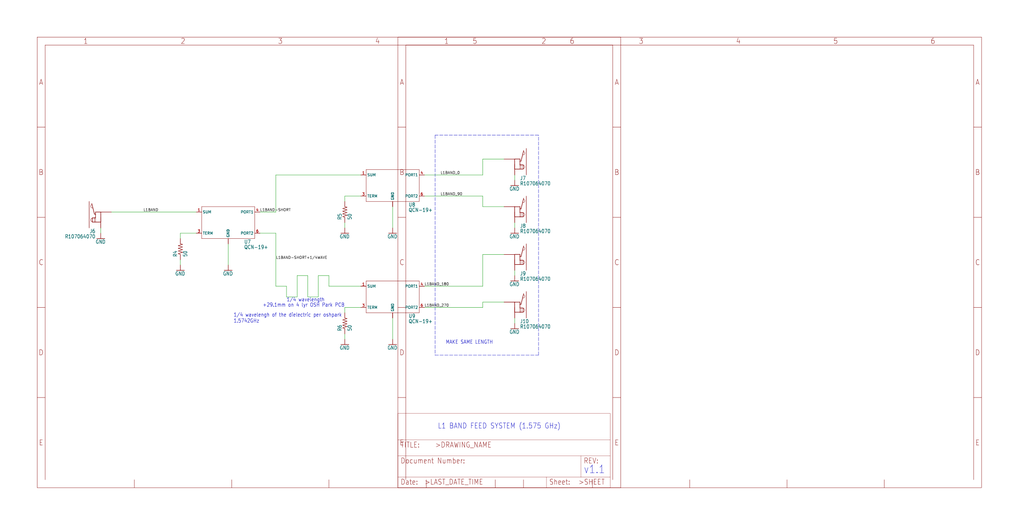
<source format=kicad_sch>
(kicad_sch (version 20211123) (generator eeschema)
  (paper "User" 490.22 254.406)
  (lib_symbols
    (symbol "plusz-end-card-with-turnstile-mezzanine-eagle-import:FRAME_A_L"
      (symbol "FRAME_A_L_0_0"
        (polyline (pts (xy 0 43.18) (xy 3.81 43.18)))
        (polyline (pts (xy 0 86.36) (xy 3.81 86.36)))
        (polyline (pts (xy 0 129.54) (xy 3.81 129.54)))
        (polyline (pts (xy 0 172.72) (xy 3.81 172.72)))
        (polyline (pts (xy 3.81 3.81) (xy 3.81 212.09)))
        (polyline (pts (xy 46.5667 0) (xy 46.5667 3.81)))
        (polyline (pts (xy 93.1333 0) (xy 93.1333 3.81)))
        (polyline (pts (xy 139.7 0) (xy 139.7 3.81)))
        (polyline (pts (xy 186.2667 0) (xy 186.2667 3.81)))
        (polyline (pts (xy 232.8333 0) (xy 232.8333 3.81)))
        (polyline (pts (xy 275.59 3.81) (xy 275.59 212.09)))
        (polyline (pts (xy 275.59 43.18) (xy 279.4 43.18)))
        (polyline (pts (xy 275.59 86.36) (xy 279.4 86.36)))
        (polyline (pts (xy 275.59 129.54) (xy 279.4 129.54)))
        (polyline (pts (xy 275.59 172.72) (xy 279.4 172.72)))
        (polyline (pts (xy 275.59 212.09) (xy 3.81 212.09)))
        (polyline (pts (xy 0 0) (xy 279.4 0) (xy 279.4 215.9) (xy 0 215.9) (xy 0 0)))
        (text "1" (at 23.2833 213.995 0) (effects (font (size 2.54 2.286))))
        (text "2" (at 69.85 213.995 0) (effects (font (size 2.54 2.286))))
        (text "3" (at 116.4167 213.995 0) (effects (font (size 2.54 2.286))))
        (text "4" (at 162.9833 213.995 0) (effects (font (size 2.54 2.286))))
        (text "5" (at 209.55 213.995 0) (effects (font (size 2.54 2.286))))
        (text "6" (at 256.1167 213.995 0) (effects (font (size 2.54 2.286))))
        (text "A" (at 1.905 194.31 0) (effects (font (size 2.54 2.286))))
        (text "A" (at 277.495 194.31 0) (effects (font (size 2.54 2.286))))
        (text "B" (at 1.905 151.13 0) (effects (font (size 2.54 2.286))))
        (text "B" (at 277.495 151.13 0) (effects (font (size 2.54 2.286))))
        (text "C" (at 1.905 107.95 0) (effects (font (size 2.54 2.286))))
        (text "C" (at 277.495 107.95 0) (effects (font (size 2.54 2.286))))
        (text "D" (at 1.905 64.77 0) (effects (font (size 2.54 2.286))))
        (text "D" (at 277.495 64.77 0) (effects (font (size 2.54 2.286))))
        (text "E" (at 1.905 21.59 0) (effects (font (size 2.54 2.286))))
        (text "E" (at 277.495 21.59 0) (effects (font (size 2.54 2.286))))
      )
      (symbol "FRAME_A_L_2_0"
        (polyline (pts (xy 0 0) (xy 0 5.08)) (stroke (width 0.1016)))
        (polyline (pts (xy 0 0) (xy 71.12 0)) (stroke (width 0.1016)))
        (polyline (pts (xy 0 5.08) (xy 0 15.24)) (stroke (width 0.1016)))
        (polyline (pts (xy 0 5.08) (xy 71.12 5.08)) (stroke (width 0.1016)))
        (polyline (pts (xy 0 15.24) (xy 0 22.86)) (stroke (width 0.1016)))
        (polyline (pts (xy 0 22.86) (xy 0 35.56)) (stroke (width 0.1016)))
        (polyline (pts (xy 0 22.86) (xy 101.6 22.86)) (stroke (width 0.1016)))
        (polyline (pts (xy 71.12 0) (xy 101.6 0)) (stroke (width 0.1016)))
        (polyline (pts (xy 71.12 5.08) (xy 71.12 0)) (stroke (width 0.1016)))
        (polyline (pts (xy 71.12 5.08) (xy 87.63 5.08)) (stroke (width 0.1016)))
        (polyline (pts (xy 87.63 5.08) (xy 101.6 5.08)) (stroke (width 0.1016)))
        (polyline (pts (xy 87.63 15.24) (xy 0 15.24)) (stroke (width 0.1016)))
        (polyline (pts (xy 87.63 15.24) (xy 87.63 5.08)) (stroke (width 0.1016)))
        (polyline (pts (xy 101.6 5.08) (xy 101.6 0)) (stroke (width 0.1016)))
        (polyline (pts (xy 101.6 15.24) (xy 87.63 15.24)) (stroke (width 0.1016)))
        (polyline (pts (xy 101.6 15.24) (xy 101.6 5.08)) (stroke (width 0.1016)))
        (polyline (pts (xy 101.6 22.86) (xy 101.6 15.24)) (stroke (width 0.1016)))
        (polyline (pts (xy 101.6 35.56) (xy 0 35.56)) (stroke (width 0.1016)))
        (polyline (pts (xy 101.6 35.56) (xy 101.6 22.86)) (stroke (width 0.1016)))
        (text ">DRAWING_NAME" (at 17.78 19.05 0) (effects (font (size 2.54 2.159)) (justify left bottom)))
        (text ">LAST_DATE_TIME" (at 12.7 1.27 0) (effects (font (size 2.54 2.159)) (justify left bottom)))
        (text ">SHEET" (at 86.36 1.27 0) (effects (font (size 2.54 2.159)) (justify left bottom)))
        (text "Date:" (at 1.27 1.27 0) (effects (font (size 2.54 2.159)) (justify left bottom)))
        (text "Document Number:" (at 1.27 11.43 0) (effects (font (size 2.54 2.159)) (justify left bottom)))
        (text "REV:" (at 88.9 11.43 0) (effects (font (size 2.54 2.159)) (justify left bottom)))
        (text "Sheet:" (at 72.39 1.27 0) (effects (font (size 2.54 2.159)) (justify left bottom)))
        (text "TITLE:" (at 1.27 19.05 0) (effects (font (size 2.54 2.159)) (justify left bottom)))
      )
    )
    (symbol "plusz-end-card-with-turnstile-mezzanine-eagle-import:GND" (power)
      (property "Value" "GND" (at -2.54 -2.54 0))
      (symbol "GND_1_0"
        (polyline (pts (xy -1.905 0) (xy 1.905 0)) (stroke (width 0.254)))
        (pin power_in line (at 0 2.54 270) (length 2.54) (name "GND") (number "1"))
      )
    )
    (symbol "plusz-end-card-with-turnstile-mezzanine-eagle-import:QCN-XXX+"
      (property "Reference" "U" (at 7.62 -10.16 0))
      (property "Value" "QCN-XXX+" (at 7.62 -12.7 0))
      (symbol "QCN-XXX+_1_0"
        (polyline (pts (xy -12.7 -7.62) (xy 12.7 -7.62)) (stroke (width 0.1524)))
        (polyline (pts (xy -12.7 7.62) (xy -12.7 -7.62)) (stroke (width 0.1524)))
        (polyline (pts (xy 12.7 -7.62) (xy 12.7 7.62)) (stroke (width 0.1524)))
        (polyline (pts (xy 12.7 7.62) (xy -12.7 7.62)) (stroke (width 0.1524)))
        (pin bidirectional line (at -15.24 5.08 0) (length 2.54) (name "SUM") (number "1"))
        (pin power_in line (at 0 -10.16 90) (length 2.54) (name "GND") (number "2"))
        (pin bidirectional line (at -15.24 -5.08 0) (length 2.54) (name "TERM") (number "3"))
        (pin bidirectional line (at 15.24 5.08 180) (length 2.54) (name "PORT1") (number "4"))
        (pin power_in line (at 0 -10.16 90) (length 2.54) (name "GND") (number "5"))
        (pin bidirectional line (at 15.24 -5.08 180) (length 2.54) (name "PORT2") (number "6"))
      )
    )
    (symbol "plusz-end-card-with-turnstile-mezzanine-eagle-import:R-US_0603-C-NOSILK"
      (property "Reference" "R" (at -3.81 1.4986 0))
      (property "Value" "R-US_0603-C-NOSILK" (at -3.81 -3.302 0))
      (symbol "R-US_0603-C-NOSILK_1_0"
        (polyline (pts (xy -2.54 0) (xy -2.159 1.016)) (stroke (width 0.2032)))
        (polyline (pts (xy -2.159 1.016) (xy -1.524 -1.016)) (stroke (width 0.2032)))
        (polyline (pts (xy -1.524 -1.016) (xy -0.889 1.016)) (stroke (width 0.2032)))
        (polyline (pts (xy -0.889 1.016) (xy -0.254 -1.016)) (stroke (width 0.2032)))
        (polyline (pts (xy -0.254 -1.016) (xy 0.381 1.016)) (stroke (width 0.2032)))
        (polyline (pts (xy 0.381 1.016) (xy 1.016 -1.016)) (stroke (width 0.2032)))
        (polyline (pts (xy 1.016 -1.016) (xy 1.651 1.016)) (stroke (width 0.2032)))
        (polyline (pts (xy 1.651 1.016) (xy 2.286 -1.016)) (stroke (width 0.2032)))
        (polyline (pts (xy 2.286 -1.016) (xy 2.54 0)) (stroke (width 0.2032)))
        (pin passive line (at -5.08 0 0) (length 2.54) (name "1") (number "1"))
        (pin passive line (at 5.08 0 180) (length 2.54) (name "2") (number "2"))
      )
    )
    (symbol "plusz-end-card-with-turnstile-mezzanine-eagle-import:R107064070"
      (property "Reference" "J" (at 2.54 -10.16 0))
      (property "Value" "R107064070" (at 2.54 -12.7 0))
      (symbol "R107064070_1_0"
        (polyline (pts (xy 0 -4.826) (xy 2.54 -4.826)) (stroke (width 0.254)))
        (polyline (pts (xy 0 0) (xy 0 -4.826)) (stroke (width 0.254)))
        (polyline (pts (xy 2.54 -4.826) (xy 3.048 -4.826)) (stroke (width 0.254)))
        (polyline (pts (xy 2.54 -2.794) (xy 2.54 -4.826)) (stroke (width 0.1524)))
        (polyline (pts (xy 2.54 -2.794) (xy 2.54 -1.016)) (stroke (width 0.254)))
        (polyline (pts (xy 2.54 -1.016) (xy 2.54 0)) (stroke (width 0.254)))
        (polyline (pts (xy 2.54 0) (xy 0 0)) (stroke (width 0.254)))
        (polyline (pts (xy 3.048 -4.826) (xy 3.048 -2.794)) (stroke (width 0.1524)))
        (polyline (pts (xy 3.048 -4.826) (xy 4.064 -4.826)) (stroke (width 0.254)))
        (polyline (pts (xy 3.048 -2.794) (xy 2.54 -2.794)) (stroke (width 0.254)))
        (polyline (pts (xy 3.048 -1.016) (xy 2.54 -1.016)) (stroke (width 0.254)))
        (polyline (pts (xy 4.064 -4.826) (xy 4.064 -4.572)) (stroke (width 0.254)))
        (polyline (pts (xy 4.064 -4.572) (xy 4.064 -3.048)) (stroke (width 0.254)))
        (polyline (pts (xy 4.064 -3.048) (xy 4.064 -2.794)) (stroke (width 0.254)))
        (polyline (pts (xy 4.064 -2.794) (xy 3.048 -2.794)) (stroke (width 0.254)))
        (polyline (pts (xy 4.318 4.064) (xy 3.048 -1.016)) (stroke (width 0.254)))
        (polyline (pts (xy 5.588 5.08) (xy 5.588 -7.62)) (stroke (width 0.2032)))
        (arc (start 3.81 2.032) (mid 4.826 2.54) (end 4.318 3.556) (stroke (width 0.1524)))
        (arc (start 4.064 -4.572) (mid 4.826 -3.81) (end 4.064 -3.048) (stroke (width 0.1524)))
        (pin bidirectional line (at -5.08 0 0) (length 5.08) (name "P$1") (number "P$1"))
        (pin bidirectional line (at 0 -7.62 90) (length 5.08) (name "P$2") (number "P$2"))
        (pin bidirectional line (at 0 -7.62 90) (length 5.08) (name "P$2") (number "P$3"))
      )
    )
  )
  (wire (pts (xy 231.14 99.06) (xy 241.3 99.06)))
  (wire (pts (xy 142.24 142.24) (xy 137.16 142.24)))
  (wire (pts (xy 137.16 142.24) (xy 137.16 137.16)))
  (polyline (pts (xy 208.28 64.77) (xy 208.28 170.18)))
  (wire (pts (xy 172.72 137.16) (xy 157.48 137.16)))
  (wire (pts (xy 132.08 111.76) (xy 124.46 111.76)))
  (wire (pts (xy 165.1 106.68) (xy 165.1 109.22)))
  (wire (pts (xy 132.08 137.16) (xy 132.08 111.76)))
  (wire (pts (xy 109.22 116.84) (xy 109.22 127)))
  (wire (pts (xy 93.98 111.76) (xy 86.36 111.76)))
  (wire (pts (xy 246.38 86.36) (xy 246.38 83.82)))
  (wire (pts (xy 172.72 83.82) (xy 132.08 83.82)))
  (wire (pts (xy 165.1 93.98) (xy 165.1 96.52)))
  (wire (pts (xy 152.4 132.08) (xy 152.4 142.24)))
  (polyline (pts (xy 257.81 170.18) (xy 257.81 64.77)))
  (wire (pts (xy 231.14 137.16) (xy 231.14 121.92)))
  (wire (pts (xy 124.46 101.6) (xy 132.08 101.6)))
  (wire (pts (xy 231.14 144.78) (xy 241.3 144.78)))
  (wire (pts (xy 142.24 132.08) (xy 142.24 142.24)))
  (wire (pts (xy 165.1 147.32) (xy 165.1 149.86)))
  (wire (pts (xy 246.38 154.94) (xy 246.38 152.4)))
  (wire (pts (xy 231.14 76.2) (xy 241.3 76.2)))
  (wire (pts (xy 172.72 93.98) (xy 165.1 93.98)))
  (wire (pts (xy 132.08 101.6) (xy 132.08 83.82)))
  (polyline (pts (xy 208.28 170.18) (xy 257.81 170.18)))
  (wire (pts (xy 231.14 93.98) (xy 231.14 99.06)))
  (wire (pts (xy 231.14 121.92) (xy 241.3 121.92)))
  (wire (pts (xy 203.2 93.98) (xy 231.14 93.98)))
  (wire (pts (xy 187.96 99.06) (xy 187.96 109.22)))
  (polyline (pts (xy 257.81 64.77) (xy 208.28 64.77)))
  (wire (pts (xy 172.72 147.32) (xy 165.1 147.32)))
  (wire (pts (xy 86.36 124.46) (xy 86.36 127)))
  (wire (pts (xy 231.14 147.32) (xy 231.14 144.78)))
  (wire (pts (xy 231.14 83.82) (xy 231.14 76.2)))
  (wire (pts (xy 187.96 152.4) (xy 187.96 162.56)))
  (wire (pts (xy 165.1 160.02) (xy 165.1 162.56)))
  (wire (pts (xy 48.26 111.76) (xy 48.26 109.22)))
  (wire (pts (xy 203.2 147.32) (xy 231.14 147.32)))
  (wire (pts (xy 147.32 142.24) (xy 147.32 132.08)))
  (wire (pts (xy 137.16 137.16) (xy 132.08 137.16)))
  (wire (pts (xy 246.38 132.08) (xy 246.38 129.54)))
  (wire (pts (xy 246.38 109.22) (xy 246.38 106.68)))
  (wire (pts (xy 157.48 132.08) (xy 152.4 132.08)))
  (wire (pts (xy 231.14 137.16) (xy 203.2 137.16)))
  (wire (pts (xy 203.2 83.82) (xy 231.14 83.82)))
  (wire (pts (xy 53.34 101.6) (xy 93.98 101.6)))
  (wire (pts (xy 86.36 111.76) (xy 86.36 114.3)))
  (wire (pts (xy 157.48 137.16) (xy 157.48 132.08)))
  (wire (pts (xy 152.4 142.24) (xy 147.32 142.24)))
  (wire (pts (xy 147.32 132.08) (xy 142.24 132.08)))
  (text "1/4 wavelengh of the dielectric per oshpark\n1.5742GHz" (at 111.76 154.94 0) (effects (font (size 1.778 1.5113)) (justify left bottom)))
  (text "L1 BAND FEED SYSTEM (1.575 GHz)" (at 209.55 205.74 180) (effects (font (size 2.54 2.159)) (justify left bottom)))
  (text "MAKE SAME LENGTH" (at 213.36 165.1 180) (effects (font (size 1.778 1.5113)) (justify left bottom)))
  (text "+29.1mm on 4 lyr OSH Park PCB" (at 125.73 147.32 180) (effects (font (size 1.778 1.5113)) (justify left bottom)))
  (text "v1.1" (at 279.4 227.33 180) (effects (font (size 3.81 3.2385)) (justify left bottom)))
  (text "1/4 wavelength" (at 137.16 144.78 180) (effects (font (size 1.778 1.5113)) (justify left bottom)))
  (label "L1BAND_270" (at 203.2 147.32 0) (effects (font (size 1.2446 1.2446))))
  (label "L1BAND" (at 68.58 101.6 0) (effects (font (size 1.2446 1.2446))))
  (label "L1BAND-SHORT" (at 124.46 101.6 0) (effects (font (size 1.2446 1.2446))))
  (label "L1BAND_180" (at 203.2 137.16 0) (effects (font (size 1.2446 1.2446))))
  (label "L1BAND-SHORT+1/4WAVE" (at 132.08 124.46 0) (effects (font (size 1.2446 1.2446))))
  (label "L1BAND_90" (at 210.82 93.98 0) (effects (font (size 1.2446 1.2446))))
  (label "L1BAND_0" (at 210.82 83.82 0) (effects (font (size 1.2446 1.2446))))
  (symbol (lib_id "plusz-end-card-with-turnstile-mezzanine-eagle-import:GND") (at 246.38 157.48 0) (unit 1)
    (property "Reference" "#GND022" (effects hide))
    (property "Value" "GND" (at 243.84 160.02 0) (effects (font (size 1.778 1.5113)) (justify left bottom)))
    (property "Footprint" "plusz-end-card-with-turnstile-mezzanine:" (effects hide))
  )
  (symbol (lib_id "plusz-end-card-with-turnstile-mezzanine-eagle-import:GND") (at 165.1 165.1 0) (unit 1)
    (property "Reference" "#GND017" (effects hide))
    (property "Value" "GND" (at 162.56 167.64 0) (effects (font (size 1.778 1.5113)) (justify left bottom)))
    (property "Footprint" "plusz-end-card-with-turnstile-mezzanine:" (effects hide))
  )
  (symbol (lib_id "plusz-end-card-with-turnstile-mezzanine-eagle-import:GND") (at 246.38 134.62 0) (unit 1)
    (property "Reference" "#GND021" (effects hide))
    (property "Value" "GND" (at 243.84 137.16 0) (effects (font (size 1.778 1.5113)) (justify left bottom)))
    (property "Footprint" "plusz-end-card-with-turnstile-mezzanine:" (effects hide))
  )
  (symbol (lib_id "plusz-end-card-with-turnstile-mezzanine-eagle-import:GND") (at 109.22 129.54 0) (unit 1)
    (property "Reference" "#GND011" (effects hide))
    (property "Value" "GND" (at 106.68 132.08 0) (effects (font (size 1.778 1.5113)) (justify left bottom)))
    (property "Footprint" "plusz-end-card-with-turnstile-mezzanine:" (effects hide))
  )
  (symbol (lib_id "plusz-end-card-with-turnstile-mezzanine-eagle-import:R107064070") (at 246.38 144.78 0) (unit 1)
    (property "Reference" "J10" (at 248.92 154.94 0) (effects (font (size 1.778 1.5113)) (justify left bottom)))
    (property "Value" "R107064070" (at 248.92 157.48 0) (effects (font (size 1.778 1.5113)) (justify left bottom)))
    (property "Footprint" "Foras_Promineo_Github_Local:R107064070_SOLDER" (effects hide))
  )
  (symbol (lib_id "plusz-end-card-with-turnstile-mezzanine-eagle-import:GND") (at 86.36 129.54 0) (unit 1)
    (property "Reference" "#GND015" (effects hide))
    (property "Value" "GND" (at 83.82 132.08 0) (effects (font (size 1.778 1.5113)) (justify left bottom)))
    (property "Footprint" "plusz-end-card-with-turnstile-mezzanine:" (effects hide))
  )
  (symbol (lib_id "plusz-end-card-with-turnstile-mezzanine-eagle-import:GND") (at 48.26 114.3 0) (unit 1)
    (property "Reference" "#GND018" (effects hide))
    (property "Value" "GND" (at 45.72 116.84 0) (effects (font (size 1.778 1.5113)) (justify left bottom)))
    (property "Footprint" "plusz-end-card-with-turnstile-mezzanine:" (effects hide))
  )
  (symbol (lib_id "plusz-end-card-with-turnstile-mezzanine-eagle-import:FRAME_A_L") (at 17.78 233.68 0) (unit 1)
    (property "Reference" "#FRAME2" (effects hide))
    (property "Value" "FRAME_A_L" (effects hide))
    (property "Footprint" "plusz-end-card-with-turnstile-mezzanine:" (effects hide))
  )
  (symbol (lib_id "plusz-end-card-with-turnstile-mezzanine-eagle-import:QCN-XXX+") (at 187.96 142.24 0) (unit 1)
    (property "Reference" "U9" (at 195.58 152.4 0) (effects (font (size 1.778 1.5113)) (justify left bottom)))
    (property "Value" "QCN-19+" (at 195.58 154.94 0) (effects (font (size 1.778 1.5113)) (justify left bottom)))
    (property "Footprint" "plusz-end-card-with-turnstile-mezzanine:QCN-XXX+" (effects hide))
  )
  (symbol (lib_id "plusz-end-card-with-turnstile-mezzanine-eagle-import:R-US_0603-C-NOSILK") (at 165.1 154.94 90) (unit 1)
    (property "Reference" "R6" (at 163.6014 158.75 0) (effects (font (size 1.778 1.5113)) (justify left bottom)))
    (property "Value" "50" (at 168.402 158.75 0) (effects (font (size 1.778 1.5113)) (justify left bottom)))
    (property "Footprint" "plusz-end-card-with-turnstile-mezzanine:.0603-C-NOSILK" (effects hide))
  )
  (symbol (lib_id "plusz-end-card-with-turnstile-mezzanine-eagle-import:R-US_0603-C-NOSILK") (at 86.36 119.38 90) (unit 1)
    (property "Reference" "R4" (at 84.8614 123.19 0) (effects (font (size 1.778 1.5113)) (justify left bottom)))
    (property "Value" "50" (at 89.662 123.19 0) (effects (font (size 1.778 1.5113)) (justify left bottom)))
    (property "Footprint" "plusz-end-card-with-turnstile-mezzanine:.0603-C-NOSILK" (effects hide))
  )
  (symbol (lib_id "plusz-end-card-with-turnstile-mezzanine-eagle-import:R107064070") (at 246.38 121.92 0) (unit 1)
    (property "Reference" "J9" (at 248.92 132.08 0) (effects (font (size 1.778 1.5113)) (justify left bottom)))
    (property "Value" "R107064070" (at 248.92 134.62 0) (effects (font (size 1.778 1.5113)) (justify left bottom)))
    (property "Footprint" "Foras_Promineo_Github_Local:R107064070_SOLDER" (effects hide))
  )
  (symbol (lib_id "plusz-end-card-with-turnstile-mezzanine-eagle-import:GND") (at 246.38 111.76 0) (unit 1)
    (property "Reference" "#GND020" (effects hide))
    (property "Value" "GND" (at 243.84 114.3 0) (effects (font (size 1.778 1.5113)) (justify left bottom)))
    (property "Footprint" "plusz-end-card-with-turnstile-mezzanine:" (effects hide))
  )
  (symbol (lib_id "plusz-end-card-with-turnstile-mezzanine-eagle-import:R-US_0603-C-NOSILK") (at 165.1 101.6 90) (unit 1)
    (property "Reference" "R5" (at 163.6014 105.41 0) (effects (font (size 1.778 1.5113)) (justify left bottom)))
    (property "Value" "50" (at 168.402 105.41 0) (effects (font (size 1.778 1.5113)) (justify left bottom)))
    (property "Footprint" "plusz-end-card-with-turnstile-mezzanine:.0603-C-NOSILK" (effects hide))
  )
  (symbol (lib_id "plusz-end-card-with-turnstile-mezzanine-eagle-import:R107064070") (at 246.38 76.2 0) (unit 1)
    (property "Reference" "J7" (at 248.92 86.36 0) (effects (font (size 1.778 1.5113)) (justify left bottom)))
    (property "Value" "R107064070" (at 248.92 88.9 0) (effects (font (size 1.778 1.5113)) (justify left bottom)))
    (property "Footprint" "Foras_Promineo_Github_Local:R107064070_SOLDER" (effects hide))
  )
  (symbol (lib_id "plusz-end-card-with-turnstile-mezzanine-eagle-import:GND") (at 165.1 111.76 0) (unit 1)
    (property "Reference" "#GND016" (effects hide))
    (property "Value" "GND" (at 162.56 114.3 0) (effects (font (size 1.778 1.5113)) (justify left bottom)))
    (property "Footprint" "plusz-end-card-with-turnstile-mezzanine:" (effects hide))
  )
  (symbol (lib_id "plusz-end-card-with-turnstile-mezzanine-eagle-import:GND") (at 246.38 88.9 0) (unit 1)
    (property "Reference" "#GND019" (effects hide))
    (property "Value" "GND" (at 243.84 91.44 0) (effects (font (size 1.778 1.5113)) (justify left bottom)))
    (property "Footprint" "plusz-end-card-with-turnstile-mezzanine:" (effects hide))
  )
  (symbol (lib_id "plusz-end-card-with-turnstile-mezzanine-eagle-import:R107064070") (at 246.38 99.06 0) (unit 1)
    (property "Reference" "J8" (at 248.92 109.22 0) (effects (font (size 1.778 1.5113)) (justify left bottom)))
    (property "Value" "R107064070" (at 248.92 111.76 0) (effects (font (size 1.778 1.5113)) (justify left bottom)))
    (property "Footprint" "Foras_Promineo_Github_Local:R107064070_SOLDER" (effects hide))
  )
  (symbol (lib_id "plusz-end-card-with-turnstile-mezzanine-eagle-import:GND") (at 187.96 165.1 0) (unit 1)
    (property "Reference" "#GND013" (effects hide))
    (property "Value" "GND" (at 185.42 167.64 0) (effects (font (size 1.778 1.5113)) (justify left bottom)))
    (property "Footprint" "plusz-end-card-with-turnstile-mezzanine:" (effects hide))
  )
  (symbol (lib_id "plusz-end-card-with-turnstile-mezzanine-eagle-import:GND") (at 187.96 111.76 0) (unit 1)
    (property "Reference" "#GND012" (effects hide))
    (property "Value" "GND" (at 185.42 114.3 0) (effects (font (size 1.778 1.5113)) (justify left bottom)))
    (property "Footprint" "plusz-end-card-with-turnstile-mezzanine:" (effects hide))
  )
  (symbol (lib_id "plusz-end-card-with-turnstile-mezzanine-eagle-import:QCN-XXX+") (at 187.96 88.9 0) (unit 1)
    (property "Reference" "U8" (at 195.58 99.06 0) (effects (font (size 1.778 1.5113)) (justify left bottom)))
    (property "Value" "QCN-19+" (at 195.58 101.6 0) (effects (font (size 1.778 1.5113)) (justify left bottom)))
    (property "Footprint" "plusz-end-card-with-turnstile-mezzanine:QCN-XXX+" (effects hide))
  )
  (symbol (lib_id "plusz-end-card-with-turnstile-mezzanine-eagle-import:QCN-XXX+") (at 109.22 106.68 0) (unit 1)
    (property "Reference" "U7" (at 116.84 116.84 0) (effects (font (size 1.778 1.5113)) (justify left bottom)))
    (property "Value" "QCN-19+" (at 116.84 119.38 0) (effects (font (size 1.778 1.5113)) (justify left bottom)))
    (property "Footprint" "plusz-end-card-with-turnstile-mezzanine:QCN-XXX+" (effects hide))
  )
  (symbol (lib_id "plusz-end-card-with-turnstile-mezzanine-eagle-import:FRAME_A_L") (at 190.5 233.68 0) (unit 2)
    (property "Reference" "#FRAME2" (effects hide))
    (property "Value" "FRAME_A_L" (effects hide))
    (property "Footprint" "plusz-end-card-with-turnstile-mezzanine:" (effects hide))
  )
  (symbol (lib_id "plusz-end-card-with-turnstile-mezzanine-eagle-import:R107064070") (at 48.26 101.6 0) (mirror y) (unit 1)
    (property "Reference" "J6" (at 45.72 111.76 0) (effects (font (size 1.778 1.5113)) (justify left bottom)))
    (property "Value" "R107064070" (at 45.72 114.3 0) (effects (font (size 1.778 1.5113)) (justify left bottom)))
    (property "Footprint" "Foras_Promineo_Github_Local:R107064070_SOLDER" (effects hide))
  )
)
</source>
